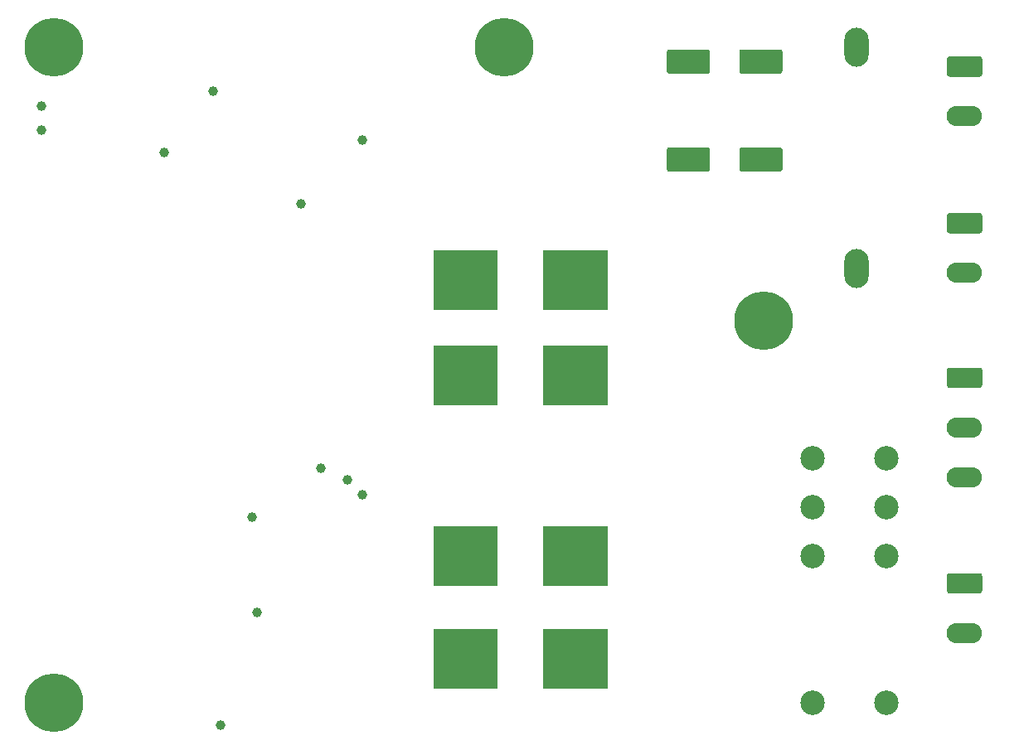
<source format=gbr>
%TF.GenerationSoftware,KiCad,Pcbnew,(5.1.10)-1*%
%TF.CreationDate,2022-11-30T22:02:34+08:00*%
%TF.ProjectId,motor_control,6d6f746f-725f-4636-9f6e-74726f6c2e6b,rev?*%
%TF.SameCoordinates,Original*%
%TF.FileFunction,Soldermask,Bot*%
%TF.FilePolarity,Negative*%
%FSLAX46Y46*%
G04 Gerber Fmt 4.6, Leading zero omitted, Abs format (unit mm)*
G04 Created by KiCad (PCBNEW (5.1.10)-1) date 2022-11-30 22:02:34*
%MOMM*%
%LPD*%
G01*
G04 APERTURE LIST*
%ADD10C,0.100000*%
%ADD11C,0.800000*%
%ADD12C,6.000000*%
%ADD13C,1.000000*%
%ADD14O,3.600000X2.080000*%
%ADD15C,2.500000*%
%ADD16O,2.500000X4.000000*%
G04 APERTURE END LIST*
D10*
G36*
X60500000Y16000000D02*
G01*
X54000000Y16000000D01*
X54000000Y22000000D01*
X60500000Y22000000D01*
X60500000Y16000000D01*
G37*
X60500000Y16000000D02*
X54000000Y16000000D01*
X54000000Y22000000D01*
X60500000Y22000000D01*
X60500000Y16000000D01*
G36*
X60500000Y5500000D02*
G01*
X54000000Y5500000D01*
X54000000Y11500000D01*
X60500000Y11500000D01*
X60500000Y5500000D01*
G37*
X60500000Y5500000D02*
X54000000Y5500000D01*
X54000000Y11500000D01*
X60500000Y11500000D01*
X60500000Y5500000D01*
G36*
X49250000Y5500000D02*
G01*
X42750000Y5500000D01*
X42750000Y11500000D01*
X49250000Y11500000D01*
X49250000Y5500000D01*
G37*
X49250000Y5500000D02*
X42750000Y5500000D01*
X42750000Y11500000D01*
X49250000Y11500000D01*
X49250000Y5500000D01*
G36*
X49250000Y16000000D02*
G01*
X42750000Y16000000D01*
X42750000Y22000000D01*
X49250000Y22000000D01*
X49250000Y16000000D01*
G37*
X49250000Y16000000D02*
X42750000Y16000000D01*
X42750000Y22000000D01*
X49250000Y22000000D01*
X49250000Y16000000D01*
G36*
X60500000Y34500000D02*
G01*
X54000000Y34500000D01*
X54000000Y40500000D01*
X60500000Y40500000D01*
X60500000Y34500000D01*
G37*
X60500000Y34500000D02*
X54000000Y34500000D01*
X54000000Y40500000D01*
X60500000Y40500000D01*
X60500000Y34500000D01*
G36*
X60500000Y44250000D02*
G01*
X54000000Y44250000D01*
X54000000Y50250000D01*
X60500000Y50250000D01*
X60500000Y44250000D01*
G37*
X60500000Y44250000D02*
X54000000Y44250000D01*
X54000000Y50250000D01*
X60500000Y50250000D01*
X60500000Y44250000D01*
G36*
X49250000Y34500000D02*
G01*
X42750000Y34500000D01*
X42750000Y40500000D01*
X49250000Y40500000D01*
X49250000Y34500000D01*
G37*
X49250000Y34500000D02*
X42750000Y34500000D01*
X42750000Y40500000D01*
X49250000Y40500000D01*
X49250000Y34500000D01*
G36*
X49250000Y44250000D02*
G01*
X42750000Y44250000D01*
X42750000Y50250000D01*
X49250000Y50250000D01*
X49250000Y44250000D01*
G37*
X49250000Y44250000D02*
X42750000Y44250000D01*
X42750000Y50250000D01*
X49250000Y50250000D01*
X49250000Y44250000D01*
D11*
%TO.C,SC4*%
X78556810Y44187500D03*
X78556810Y41812500D03*
X76500000Y40625000D03*
X74443190Y41812500D03*
X74443190Y44187500D03*
X76500000Y45375000D03*
D12*
X76500000Y43000000D03*
%TD*%
D11*
%TO.C,SC3*%
X52056810Y72187500D03*
X52056810Y69812500D03*
X50000000Y68625000D03*
X47943190Y69812500D03*
X47943190Y72187500D03*
X50000000Y73375000D03*
D12*
X50000000Y71000000D03*
%TD*%
D13*
%TO.C,TP13*%
X15250000Y60250000D03*
%TD*%
%TO.C,TP12*%
X20250000Y66500000D03*
%TD*%
%TO.C,TP11*%
X2750000Y62500000D03*
%TD*%
%TO.C,TP10*%
X2750000Y65000000D03*
%TD*%
%TO.C,TP9*%
X35500000Y61500000D03*
%TD*%
%TO.C,TP8*%
X35500000Y25250000D03*
%TD*%
%TO.C,TP7*%
X24750000Y13250000D03*
%TD*%
%TO.C,TP6*%
X34000000Y26750000D03*
%TD*%
%TO.C,TP5*%
X29250000Y55000000D03*
%TD*%
%TO.C,TP4*%
X31250000Y28000000D03*
%TD*%
%TO.C,TP3*%
X24250000Y23000000D03*
%TD*%
%TO.C,TP2*%
X21000000Y1750000D03*
%TD*%
D14*
%TO.C,J6*%
X97000000Y11120000D03*
G36*
G01*
X95449600Y17240000D02*
X98550400Y17240000D01*
G75*
G02*
X98800000Y16990400I0J-249600D01*
G01*
X98800000Y15409600D01*
G75*
G02*
X98550400Y15160000I-249600J0D01*
G01*
X95449600Y15160000D01*
G75*
G02*
X95200000Y15409600I0J249600D01*
G01*
X95200000Y16990400D01*
G75*
G02*
X95449600Y17240000I249600J0D01*
G01*
G37*
%TD*%
%TO.C,J5*%
X97000000Y47920000D03*
G36*
G01*
X95449999Y54040000D02*
X98550001Y54040000D01*
G75*
G02*
X98800000Y53790001I0J-249999D01*
G01*
X98800000Y52209999D01*
G75*
G02*
X98550001Y51960000I-249999J0D01*
G01*
X95449999Y51960000D01*
G75*
G02*
X95200000Y52209999I0J249999D01*
G01*
X95200000Y53790001D01*
G75*
G02*
X95449999Y54040000I249999J0D01*
G01*
G37*
%TD*%
D11*
%TO.C,SC2*%
X6056810Y5187500D03*
X6056810Y2812500D03*
X4000000Y1625000D03*
X1943190Y2812500D03*
X1943190Y5187500D03*
X4000000Y6375000D03*
D12*
X4000000Y4000000D03*
%TD*%
D11*
%TO.C,SC1*%
X6056810Y72187500D03*
X6056810Y69812500D03*
X4000000Y68625000D03*
X1943190Y69812500D03*
X1943190Y72187500D03*
X4000000Y73375000D03*
D12*
X4000000Y71000000D03*
%TD*%
D15*
%TO.C,K1*%
X81500000Y29000000D03*
X81500000Y24000000D03*
X81500000Y19000000D03*
X89000000Y29000000D03*
X89000000Y24000000D03*
X89000000Y19000000D03*
X81500000Y4000000D03*
X89000000Y4000000D03*
%TD*%
D14*
%TO.C,J7*%
X97000000Y63920000D03*
G36*
G01*
X95449999Y70040000D02*
X98550001Y70040000D01*
G75*
G02*
X98800000Y69790001I0J-249999D01*
G01*
X98800000Y68209999D01*
G75*
G02*
X98550001Y67960000I-249999J0D01*
G01*
X95449999Y67960000D01*
G75*
G02*
X95200000Y68209999I0J249999D01*
G01*
X95200000Y69790001D01*
G75*
G02*
X95449999Y70040000I249999J0D01*
G01*
G37*
%TD*%
%TO.C,J4*%
X97000000Y27040000D03*
X97000000Y32120000D03*
G36*
G01*
X95449999Y38240000D02*
X98550001Y38240000D01*
G75*
G02*
X98800000Y37990001I0J-249999D01*
G01*
X98800000Y36409999D01*
G75*
G02*
X98550001Y36160000I-249999J0D01*
G01*
X95449999Y36160000D01*
G75*
G02*
X95200000Y36409999I0J249999D01*
G01*
X95200000Y37990001D01*
G75*
G02*
X95449999Y38240000I249999J0D01*
G01*
G37*
%TD*%
D16*
%TO.C,F1*%
X86000000Y48400000D03*
X86000000Y71000000D03*
%TD*%
%TO.C,C15*%
G36*
G01*
X71000000Y60500000D02*
X71000000Y58500000D01*
G75*
G02*
X70750000Y58250000I-250000J0D01*
G01*
X66850000Y58250000D01*
G75*
G02*
X66600000Y58500000I0J250000D01*
G01*
X66600000Y60500000D01*
G75*
G02*
X66850000Y60750000I250000J0D01*
G01*
X70750000Y60750000D01*
G75*
G02*
X71000000Y60500000I0J-250000D01*
G01*
G37*
G36*
G01*
X78400000Y60500000D02*
X78400000Y58500000D01*
G75*
G02*
X78150000Y58250000I-250000J0D01*
G01*
X74250000Y58250000D01*
G75*
G02*
X74000000Y58500000I0J250000D01*
G01*
X74000000Y60500000D01*
G75*
G02*
X74250000Y60750000I250000J0D01*
G01*
X78150000Y60750000D01*
G75*
G02*
X78400000Y60500000I0J-250000D01*
G01*
G37*
%TD*%
%TO.C,C13*%
G36*
G01*
X71000000Y70500000D02*
X71000000Y68500000D01*
G75*
G02*
X70750000Y68250000I-250000J0D01*
G01*
X66850000Y68250000D01*
G75*
G02*
X66600000Y68500000I0J250000D01*
G01*
X66600000Y70500000D01*
G75*
G02*
X66850000Y70750000I250000J0D01*
G01*
X70750000Y70750000D01*
G75*
G02*
X71000000Y70500000I0J-250000D01*
G01*
G37*
G36*
G01*
X78400000Y70500000D02*
X78400000Y68500000D01*
G75*
G02*
X78150000Y68250000I-250000J0D01*
G01*
X74250000Y68250000D01*
G75*
G02*
X74000000Y68500000I0J250000D01*
G01*
X74000000Y70500000D01*
G75*
G02*
X74250000Y70750000I250000J0D01*
G01*
X78150000Y70750000D01*
G75*
G02*
X78400000Y70500000I0J-250000D01*
G01*
G37*
%TD*%
M02*

</source>
